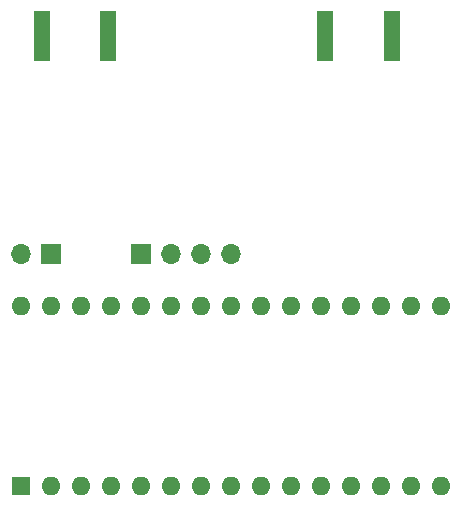
<source format=gbs>
G04 #@! TF.GenerationSoftware,KiCad,Pcbnew,5.1.9+dfsg1-1+deb11u1*
G04 #@! TF.CreationDate,2023-03-16T17:17:06+02:00*
G04 #@! TF.ProjectId,power_meter,706f7765-725f-46d6-9574-65722e6b6963,rev?*
G04 #@! TF.SameCoordinates,Original*
G04 #@! TF.FileFunction,Soldermask,Bot*
G04 #@! TF.FilePolarity,Negative*
%FSLAX46Y46*%
G04 Gerber Fmt 4.6, Leading zero omitted, Abs format (unit mm)*
G04 Created by KiCad (PCBNEW 5.1.9+dfsg1-1+deb11u1) date 2023-03-16 17:17:06*
%MOMM*%
%LPD*%
G01*
G04 APERTURE LIST*
%ADD10R,1.600000X1.600000*%
%ADD11O,1.600000X1.600000*%
%ADD12R,1.700000X1.700000*%
%ADD13O,1.700000X1.700000*%
%ADD14R,1.350000X4.200000*%
G04 APERTURE END LIST*
D10*
X99060000Y-116840000D03*
D11*
X132080000Y-101600000D03*
X101600000Y-116840000D03*
X129540000Y-101600000D03*
X104140000Y-116840000D03*
X127000000Y-101600000D03*
X106680000Y-116840000D03*
X124460000Y-101600000D03*
X109220000Y-116840000D03*
X121920000Y-101600000D03*
X111760000Y-116840000D03*
X119380000Y-101600000D03*
X114300000Y-116840000D03*
X116840000Y-101600000D03*
X116840000Y-116840000D03*
X114300000Y-101600000D03*
X119380000Y-116840000D03*
X111760000Y-101600000D03*
X121920000Y-116840000D03*
X109220000Y-101600000D03*
X124460000Y-116840000D03*
X106680000Y-101600000D03*
X127000000Y-116840000D03*
X104140000Y-101600000D03*
X129540000Y-116840000D03*
X101600000Y-101600000D03*
X132080000Y-116840000D03*
X99060000Y-101600000D03*
X134620000Y-116840000D03*
X134620000Y-101600000D03*
D12*
X101600000Y-97155000D03*
D13*
X99060000Y-97155000D03*
D12*
X109220000Y-97155000D03*
D13*
X111760000Y-97155000D03*
X114300000Y-97155000D03*
X116840000Y-97155000D03*
D14*
X124810000Y-78740000D03*
X130460000Y-78740000D03*
X106457000Y-78740000D03*
X100807000Y-78740000D03*
M02*

</source>
